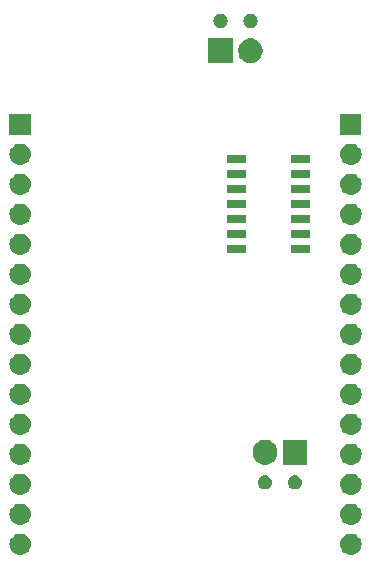
<source format=gbr>
G04 #@! TF.GenerationSoftware,KiCad,Pcbnew,(5.0.1)-3*
G04 #@! TF.CreationDate,2018-11-09T14:35:38+01:00*
G04 #@! TF.ProjectId,power_stalker_esp,706F7765725F7374616C6B65725F6573,rev?*
G04 #@! TF.SameCoordinates,Original*
G04 #@! TF.FileFunction,Soldermask,Bot*
G04 #@! TF.FilePolarity,Negative*
%FSLAX46Y46*%
G04 Gerber Fmt 4.6, Leading zero omitted, Abs format (unit mm)*
G04 Created by KiCad (PCBNEW (5.0.1)-3) date 09-Nov-18 14:35:38*
%MOMM*%
%LPD*%
G01*
G04 APERTURE LIST*
%ADD10C,0.100000*%
G04 APERTURE END LIST*
D10*
G36*
X106110442Y-114885518D02*
X106176627Y-114892037D01*
X106289853Y-114926384D01*
X106346467Y-114943557D01*
X106485087Y-115017652D01*
X106502991Y-115027222D01*
X106538729Y-115056552D01*
X106640186Y-115139814D01*
X106723448Y-115241271D01*
X106752778Y-115277009D01*
X106752779Y-115277011D01*
X106836443Y-115433533D01*
X106836443Y-115433534D01*
X106887963Y-115603373D01*
X106905359Y-115780000D01*
X106887963Y-115956627D01*
X106853616Y-116069853D01*
X106836443Y-116126467D01*
X106762348Y-116265087D01*
X106752778Y-116282991D01*
X106723448Y-116318729D01*
X106640186Y-116420186D01*
X106538729Y-116503448D01*
X106502991Y-116532778D01*
X106502989Y-116532779D01*
X106346467Y-116616443D01*
X106289853Y-116633616D01*
X106176627Y-116667963D01*
X106110443Y-116674481D01*
X106044260Y-116681000D01*
X105955740Y-116681000D01*
X105889557Y-116674481D01*
X105823373Y-116667963D01*
X105710147Y-116633616D01*
X105653533Y-116616443D01*
X105497011Y-116532779D01*
X105497009Y-116532778D01*
X105461271Y-116503448D01*
X105359814Y-116420186D01*
X105276552Y-116318729D01*
X105247222Y-116282991D01*
X105237652Y-116265087D01*
X105163557Y-116126467D01*
X105146384Y-116069853D01*
X105112037Y-115956627D01*
X105094641Y-115780000D01*
X105112037Y-115603373D01*
X105163557Y-115433534D01*
X105163557Y-115433533D01*
X105247221Y-115277011D01*
X105247222Y-115277009D01*
X105276552Y-115241271D01*
X105359814Y-115139814D01*
X105461271Y-115056552D01*
X105497009Y-115027222D01*
X105514913Y-115017652D01*
X105653533Y-114943557D01*
X105710147Y-114926384D01*
X105823373Y-114892037D01*
X105889558Y-114885518D01*
X105955740Y-114879000D01*
X106044260Y-114879000D01*
X106110442Y-114885518D01*
X106110442Y-114885518D01*
G37*
G36*
X78110442Y-114885518D02*
X78176627Y-114892037D01*
X78289853Y-114926384D01*
X78346467Y-114943557D01*
X78485087Y-115017652D01*
X78502991Y-115027222D01*
X78538729Y-115056552D01*
X78640186Y-115139814D01*
X78723448Y-115241271D01*
X78752778Y-115277009D01*
X78752779Y-115277011D01*
X78836443Y-115433533D01*
X78836443Y-115433534D01*
X78887963Y-115603373D01*
X78905359Y-115780000D01*
X78887963Y-115956627D01*
X78853616Y-116069853D01*
X78836443Y-116126467D01*
X78762348Y-116265087D01*
X78752778Y-116282991D01*
X78723448Y-116318729D01*
X78640186Y-116420186D01*
X78538729Y-116503448D01*
X78502991Y-116532778D01*
X78502989Y-116532779D01*
X78346467Y-116616443D01*
X78289853Y-116633616D01*
X78176627Y-116667963D01*
X78110443Y-116674481D01*
X78044260Y-116681000D01*
X77955740Y-116681000D01*
X77889557Y-116674481D01*
X77823373Y-116667963D01*
X77710147Y-116633616D01*
X77653533Y-116616443D01*
X77497011Y-116532779D01*
X77497009Y-116532778D01*
X77461271Y-116503448D01*
X77359814Y-116420186D01*
X77276552Y-116318729D01*
X77247222Y-116282991D01*
X77237652Y-116265087D01*
X77163557Y-116126467D01*
X77146384Y-116069853D01*
X77112037Y-115956627D01*
X77094641Y-115780000D01*
X77112037Y-115603373D01*
X77163557Y-115433534D01*
X77163557Y-115433533D01*
X77247221Y-115277011D01*
X77247222Y-115277009D01*
X77276552Y-115241271D01*
X77359814Y-115139814D01*
X77461271Y-115056552D01*
X77497009Y-115027222D01*
X77514913Y-115017652D01*
X77653533Y-114943557D01*
X77710147Y-114926384D01*
X77823373Y-114892037D01*
X77889558Y-114885518D01*
X77955740Y-114879000D01*
X78044260Y-114879000D01*
X78110442Y-114885518D01*
X78110442Y-114885518D01*
G37*
G36*
X78110442Y-112345518D02*
X78176627Y-112352037D01*
X78289853Y-112386384D01*
X78346467Y-112403557D01*
X78485087Y-112477652D01*
X78502991Y-112487222D01*
X78538729Y-112516552D01*
X78640186Y-112599814D01*
X78723448Y-112701271D01*
X78752778Y-112737009D01*
X78752779Y-112737011D01*
X78836443Y-112893533D01*
X78836443Y-112893534D01*
X78887963Y-113063373D01*
X78905359Y-113240000D01*
X78887963Y-113416627D01*
X78853616Y-113529853D01*
X78836443Y-113586467D01*
X78762348Y-113725087D01*
X78752778Y-113742991D01*
X78723448Y-113778729D01*
X78640186Y-113880186D01*
X78538729Y-113963448D01*
X78502991Y-113992778D01*
X78502989Y-113992779D01*
X78346467Y-114076443D01*
X78289853Y-114093616D01*
X78176627Y-114127963D01*
X78110443Y-114134481D01*
X78044260Y-114141000D01*
X77955740Y-114141000D01*
X77889557Y-114134481D01*
X77823373Y-114127963D01*
X77710147Y-114093616D01*
X77653533Y-114076443D01*
X77497011Y-113992779D01*
X77497009Y-113992778D01*
X77461271Y-113963448D01*
X77359814Y-113880186D01*
X77276552Y-113778729D01*
X77247222Y-113742991D01*
X77237652Y-113725087D01*
X77163557Y-113586467D01*
X77146384Y-113529853D01*
X77112037Y-113416627D01*
X77094641Y-113240000D01*
X77112037Y-113063373D01*
X77163557Y-112893534D01*
X77163557Y-112893533D01*
X77247221Y-112737011D01*
X77247222Y-112737009D01*
X77276552Y-112701271D01*
X77359814Y-112599814D01*
X77461271Y-112516552D01*
X77497009Y-112487222D01*
X77514913Y-112477652D01*
X77653533Y-112403557D01*
X77710147Y-112386384D01*
X77823373Y-112352037D01*
X77889558Y-112345518D01*
X77955740Y-112339000D01*
X78044260Y-112339000D01*
X78110442Y-112345518D01*
X78110442Y-112345518D01*
G37*
G36*
X106110442Y-112345518D02*
X106176627Y-112352037D01*
X106289853Y-112386384D01*
X106346467Y-112403557D01*
X106485087Y-112477652D01*
X106502991Y-112487222D01*
X106538729Y-112516552D01*
X106640186Y-112599814D01*
X106723448Y-112701271D01*
X106752778Y-112737009D01*
X106752779Y-112737011D01*
X106836443Y-112893533D01*
X106836443Y-112893534D01*
X106887963Y-113063373D01*
X106905359Y-113240000D01*
X106887963Y-113416627D01*
X106853616Y-113529853D01*
X106836443Y-113586467D01*
X106762348Y-113725087D01*
X106752778Y-113742991D01*
X106723448Y-113778729D01*
X106640186Y-113880186D01*
X106538729Y-113963448D01*
X106502991Y-113992778D01*
X106502989Y-113992779D01*
X106346467Y-114076443D01*
X106289853Y-114093616D01*
X106176627Y-114127963D01*
X106110443Y-114134481D01*
X106044260Y-114141000D01*
X105955740Y-114141000D01*
X105889557Y-114134481D01*
X105823373Y-114127963D01*
X105710147Y-114093616D01*
X105653533Y-114076443D01*
X105497011Y-113992779D01*
X105497009Y-113992778D01*
X105461271Y-113963448D01*
X105359814Y-113880186D01*
X105276552Y-113778729D01*
X105247222Y-113742991D01*
X105237652Y-113725087D01*
X105163557Y-113586467D01*
X105146384Y-113529853D01*
X105112037Y-113416627D01*
X105094641Y-113240000D01*
X105112037Y-113063373D01*
X105163557Y-112893534D01*
X105163557Y-112893533D01*
X105247221Y-112737011D01*
X105247222Y-112737009D01*
X105276552Y-112701271D01*
X105359814Y-112599814D01*
X105461271Y-112516552D01*
X105497009Y-112487222D01*
X105514913Y-112477652D01*
X105653533Y-112403557D01*
X105710147Y-112386384D01*
X105823373Y-112352037D01*
X105889558Y-112345518D01*
X105955740Y-112339000D01*
X106044260Y-112339000D01*
X106110442Y-112345518D01*
X106110442Y-112345518D01*
G37*
G36*
X78110442Y-109805518D02*
X78176627Y-109812037D01*
X78289853Y-109846384D01*
X78346467Y-109863557D01*
X78485087Y-109937652D01*
X78502991Y-109947222D01*
X78521115Y-109962096D01*
X78640186Y-110059814D01*
X78719846Y-110156882D01*
X78752778Y-110197009D01*
X78752779Y-110197011D01*
X78836443Y-110353533D01*
X78836443Y-110353534D01*
X78887963Y-110523373D01*
X78905359Y-110700000D01*
X78887963Y-110876627D01*
X78873861Y-110923115D01*
X78836443Y-111046467D01*
X78785913Y-111141000D01*
X78752778Y-111202991D01*
X78723448Y-111238729D01*
X78640186Y-111340186D01*
X78538729Y-111423448D01*
X78502991Y-111452778D01*
X78502989Y-111452779D01*
X78346467Y-111536443D01*
X78289853Y-111553616D01*
X78176627Y-111587963D01*
X78110442Y-111594482D01*
X78044260Y-111601000D01*
X77955740Y-111601000D01*
X77889558Y-111594482D01*
X77823373Y-111587963D01*
X77710147Y-111553616D01*
X77653533Y-111536443D01*
X77497011Y-111452779D01*
X77497009Y-111452778D01*
X77461271Y-111423448D01*
X77359814Y-111340186D01*
X77276552Y-111238729D01*
X77247222Y-111202991D01*
X77214087Y-111141000D01*
X77163557Y-111046467D01*
X77126139Y-110923115D01*
X77112037Y-110876627D01*
X77094641Y-110700000D01*
X77112037Y-110523373D01*
X77163557Y-110353534D01*
X77163557Y-110353533D01*
X77247221Y-110197011D01*
X77247222Y-110197009D01*
X77280154Y-110156882D01*
X77359814Y-110059814D01*
X77478885Y-109962096D01*
X77497009Y-109947222D01*
X77514913Y-109937652D01*
X77653533Y-109863557D01*
X77710147Y-109846384D01*
X77823373Y-109812037D01*
X77889558Y-109805518D01*
X77955740Y-109799000D01*
X78044260Y-109799000D01*
X78110442Y-109805518D01*
X78110442Y-109805518D01*
G37*
G36*
X106110442Y-109805518D02*
X106176627Y-109812037D01*
X106289853Y-109846384D01*
X106346467Y-109863557D01*
X106485087Y-109937652D01*
X106502991Y-109947222D01*
X106521115Y-109962096D01*
X106640186Y-110059814D01*
X106719846Y-110156882D01*
X106752778Y-110197009D01*
X106752779Y-110197011D01*
X106836443Y-110353533D01*
X106836443Y-110353534D01*
X106887963Y-110523373D01*
X106905359Y-110700000D01*
X106887963Y-110876627D01*
X106873861Y-110923115D01*
X106836443Y-111046467D01*
X106785913Y-111141000D01*
X106752778Y-111202991D01*
X106723448Y-111238729D01*
X106640186Y-111340186D01*
X106538729Y-111423448D01*
X106502991Y-111452778D01*
X106502989Y-111452779D01*
X106346467Y-111536443D01*
X106289853Y-111553616D01*
X106176627Y-111587963D01*
X106110442Y-111594482D01*
X106044260Y-111601000D01*
X105955740Y-111601000D01*
X105889558Y-111594482D01*
X105823373Y-111587963D01*
X105710147Y-111553616D01*
X105653533Y-111536443D01*
X105497011Y-111452779D01*
X105497009Y-111452778D01*
X105461271Y-111423448D01*
X105359814Y-111340186D01*
X105276552Y-111238729D01*
X105247222Y-111202991D01*
X105214087Y-111141000D01*
X105163557Y-111046467D01*
X105126139Y-110923115D01*
X105112037Y-110876627D01*
X105094641Y-110700000D01*
X105112037Y-110523373D01*
X105163557Y-110353534D01*
X105163557Y-110353533D01*
X105247221Y-110197011D01*
X105247222Y-110197009D01*
X105280154Y-110156882D01*
X105359814Y-110059814D01*
X105478885Y-109962096D01*
X105497009Y-109947222D01*
X105514913Y-109937652D01*
X105653533Y-109863557D01*
X105710147Y-109846384D01*
X105823373Y-109812037D01*
X105889558Y-109805518D01*
X105955740Y-109799000D01*
X106044260Y-109799000D01*
X106110442Y-109805518D01*
X106110442Y-109805518D01*
G37*
G36*
X98905305Y-109962096D02*
X99014680Y-110007400D01*
X99113118Y-110073175D01*
X99196825Y-110156882D01*
X99262600Y-110255320D01*
X99307904Y-110364695D01*
X99331000Y-110480806D01*
X99331000Y-110599194D01*
X99307904Y-110715305D01*
X99262600Y-110824680D01*
X99196825Y-110923118D01*
X99113118Y-111006825D01*
X99014680Y-111072600D01*
X98905305Y-111117904D01*
X98789194Y-111141000D01*
X98670806Y-111141000D01*
X98554695Y-111117904D01*
X98445320Y-111072600D01*
X98346882Y-111006825D01*
X98263175Y-110923118D01*
X98197400Y-110824680D01*
X98152096Y-110715305D01*
X98129000Y-110599194D01*
X98129000Y-110480806D01*
X98152096Y-110364695D01*
X98197400Y-110255320D01*
X98263175Y-110156882D01*
X98346882Y-110073175D01*
X98445320Y-110007400D01*
X98554695Y-109962096D01*
X98670806Y-109939000D01*
X98789194Y-109939000D01*
X98905305Y-109962096D01*
X98905305Y-109962096D01*
G37*
G36*
X101445305Y-109962096D02*
X101554680Y-110007400D01*
X101653118Y-110073175D01*
X101736825Y-110156882D01*
X101802600Y-110255320D01*
X101847904Y-110364695D01*
X101871000Y-110480806D01*
X101871000Y-110599194D01*
X101847904Y-110715305D01*
X101802600Y-110824680D01*
X101736825Y-110923118D01*
X101653118Y-111006825D01*
X101554680Y-111072600D01*
X101445305Y-111117904D01*
X101329194Y-111141000D01*
X101210806Y-111141000D01*
X101094695Y-111117904D01*
X100985320Y-111072600D01*
X100886882Y-111006825D01*
X100803175Y-110923118D01*
X100737400Y-110824680D01*
X100692096Y-110715305D01*
X100669000Y-110599194D01*
X100669000Y-110480806D01*
X100692096Y-110364695D01*
X100737400Y-110255320D01*
X100803175Y-110156882D01*
X100886882Y-110073175D01*
X100985320Y-110007400D01*
X101094695Y-109962096D01*
X101210806Y-109939000D01*
X101329194Y-109939000D01*
X101445305Y-109962096D01*
X101445305Y-109962096D01*
G37*
G36*
X106110443Y-107265519D02*
X106176627Y-107272037D01*
X106289853Y-107306384D01*
X106346467Y-107323557D01*
X106485087Y-107397652D01*
X106502991Y-107407222D01*
X106538729Y-107436552D01*
X106640186Y-107519814D01*
X106723448Y-107621271D01*
X106752778Y-107657009D01*
X106752779Y-107657011D01*
X106836443Y-107813533D01*
X106836443Y-107813534D01*
X106887963Y-107983373D01*
X106905359Y-108160000D01*
X106887963Y-108336627D01*
X106853616Y-108449853D01*
X106836443Y-108506467D01*
X106762348Y-108645087D01*
X106752778Y-108662991D01*
X106723448Y-108698729D01*
X106640186Y-108800186D01*
X106538729Y-108883448D01*
X106502991Y-108912778D01*
X106502989Y-108912779D01*
X106346467Y-108996443D01*
X106299764Y-109010610D01*
X106176627Y-109047963D01*
X106110442Y-109054482D01*
X106044260Y-109061000D01*
X105955740Y-109061000D01*
X105889558Y-109054482D01*
X105823373Y-109047963D01*
X105700236Y-109010610D01*
X105653533Y-108996443D01*
X105497011Y-108912779D01*
X105497009Y-108912778D01*
X105461271Y-108883448D01*
X105359814Y-108800186D01*
X105276552Y-108698729D01*
X105247222Y-108662991D01*
X105237652Y-108645087D01*
X105163557Y-108506467D01*
X105146384Y-108449853D01*
X105112037Y-108336627D01*
X105094641Y-108160000D01*
X105112037Y-107983373D01*
X105163557Y-107813534D01*
X105163557Y-107813533D01*
X105247221Y-107657011D01*
X105247222Y-107657009D01*
X105276552Y-107621271D01*
X105359814Y-107519814D01*
X105461271Y-107436552D01*
X105497009Y-107407222D01*
X105514913Y-107397652D01*
X105653533Y-107323557D01*
X105710147Y-107306384D01*
X105823373Y-107272037D01*
X105889557Y-107265519D01*
X105955740Y-107259000D01*
X106044260Y-107259000D01*
X106110443Y-107265519D01*
X106110443Y-107265519D01*
G37*
G36*
X78110443Y-107265519D02*
X78176627Y-107272037D01*
X78289853Y-107306384D01*
X78346467Y-107323557D01*
X78485087Y-107397652D01*
X78502991Y-107407222D01*
X78538729Y-107436552D01*
X78640186Y-107519814D01*
X78723448Y-107621271D01*
X78752778Y-107657009D01*
X78752779Y-107657011D01*
X78836443Y-107813533D01*
X78836443Y-107813534D01*
X78887963Y-107983373D01*
X78905359Y-108160000D01*
X78887963Y-108336627D01*
X78853616Y-108449853D01*
X78836443Y-108506467D01*
X78762348Y-108645087D01*
X78752778Y-108662991D01*
X78723448Y-108698729D01*
X78640186Y-108800186D01*
X78538729Y-108883448D01*
X78502991Y-108912778D01*
X78502989Y-108912779D01*
X78346467Y-108996443D01*
X78299764Y-109010610D01*
X78176627Y-109047963D01*
X78110442Y-109054482D01*
X78044260Y-109061000D01*
X77955740Y-109061000D01*
X77889558Y-109054482D01*
X77823373Y-109047963D01*
X77700236Y-109010610D01*
X77653533Y-108996443D01*
X77497011Y-108912779D01*
X77497009Y-108912778D01*
X77461271Y-108883448D01*
X77359814Y-108800186D01*
X77276552Y-108698729D01*
X77247222Y-108662991D01*
X77237652Y-108645087D01*
X77163557Y-108506467D01*
X77146384Y-108449853D01*
X77112037Y-108336627D01*
X77094641Y-108160000D01*
X77112037Y-107983373D01*
X77163557Y-107813534D01*
X77163557Y-107813533D01*
X77247221Y-107657011D01*
X77247222Y-107657009D01*
X77276552Y-107621271D01*
X77359814Y-107519814D01*
X77461271Y-107436552D01*
X77497009Y-107407222D01*
X77514913Y-107397652D01*
X77653533Y-107323557D01*
X77710147Y-107306384D01*
X77823373Y-107272037D01*
X77889557Y-107265519D01*
X77955740Y-107259000D01*
X78044260Y-107259000D01*
X78110443Y-107265519D01*
X78110443Y-107265519D01*
G37*
G36*
X102321000Y-109051000D02*
X100219000Y-109051000D01*
X100219000Y-106949000D01*
X102321000Y-106949000D01*
X102321000Y-109051000D01*
X102321000Y-109051000D01*
G37*
G36*
X99036565Y-106989389D02*
X99227834Y-107068615D01*
X99399976Y-107183637D01*
X99546363Y-107330024D01*
X99661385Y-107502166D01*
X99740611Y-107693435D01*
X99781000Y-107896484D01*
X99781000Y-108103516D01*
X99740611Y-108306565D01*
X99661385Y-108497834D01*
X99546363Y-108669976D01*
X99399976Y-108816363D01*
X99227834Y-108931385D01*
X99036565Y-109010611D01*
X98833516Y-109051000D01*
X98626484Y-109051000D01*
X98423435Y-109010611D01*
X98232166Y-108931385D01*
X98060024Y-108816363D01*
X97913637Y-108669976D01*
X97798615Y-108497834D01*
X97719389Y-108306565D01*
X97679000Y-108103516D01*
X97679000Y-107896484D01*
X97719389Y-107693435D01*
X97798615Y-107502166D01*
X97913637Y-107330024D01*
X98060024Y-107183637D01*
X98232166Y-107068615D01*
X98423435Y-106989389D01*
X98626484Y-106949000D01*
X98833516Y-106949000D01*
X99036565Y-106989389D01*
X99036565Y-106989389D01*
G37*
G36*
X78110443Y-104725519D02*
X78176627Y-104732037D01*
X78289853Y-104766384D01*
X78346467Y-104783557D01*
X78485087Y-104857652D01*
X78502991Y-104867222D01*
X78538729Y-104896552D01*
X78640186Y-104979814D01*
X78723448Y-105081271D01*
X78752778Y-105117009D01*
X78752779Y-105117011D01*
X78836443Y-105273533D01*
X78836443Y-105273534D01*
X78887963Y-105443373D01*
X78905359Y-105620000D01*
X78887963Y-105796627D01*
X78853616Y-105909853D01*
X78836443Y-105966467D01*
X78762348Y-106105087D01*
X78752778Y-106122991D01*
X78723448Y-106158729D01*
X78640186Y-106260186D01*
X78538729Y-106343448D01*
X78502991Y-106372778D01*
X78502989Y-106372779D01*
X78346467Y-106456443D01*
X78289853Y-106473616D01*
X78176627Y-106507963D01*
X78110442Y-106514482D01*
X78044260Y-106521000D01*
X77955740Y-106521000D01*
X77889558Y-106514482D01*
X77823373Y-106507963D01*
X77710147Y-106473616D01*
X77653533Y-106456443D01*
X77497011Y-106372779D01*
X77497009Y-106372778D01*
X77461271Y-106343448D01*
X77359814Y-106260186D01*
X77276552Y-106158729D01*
X77247222Y-106122991D01*
X77237652Y-106105087D01*
X77163557Y-105966467D01*
X77146384Y-105909853D01*
X77112037Y-105796627D01*
X77094641Y-105620000D01*
X77112037Y-105443373D01*
X77163557Y-105273534D01*
X77163557Y-105273533D01*
X77247221Y-105117011D01*
X77247222Y-105117009D01*
X77276552Y-105081271D01*
X77359814Y-104979814D01*
X77461271Y-104896552D01*
X77497009Y-104867222D01*
X77514913Y-104857652D01*
X77653533Y-104783557D01*
X77710147Y-104766384D01*
X77823373Y-104732037D01*
X77889558Y-104725518D01*
X77955740Y-104719000D01*
X78044260Y-104719000D01*
X78110443Y-104725519D01*
X78110443Y-104725519D01*
G37*
G36*
X106110443Y-104725519D02*
X106176627Y-104732037D01*
X106289853Y-104766384D01*
X106346467Y-104783557D01*
X106485087Y-104857652D01*
X106502991Y-104867222D01*
X106538729Y-104896552D01*
X106640186Y-104979814D01*
X106723448Y-105081271D01*
X106752778Y-105117009D01*
X106752779Y-105117011D01*
X106836443Y-105273533D01*
X106836443Y-105273534D01*
X106887963Y-105443373D01*
X106905359Y-105620000D01*
X106887963Y-105796627D01*
X106853616Y-105909853D01*
X106836443Y-105966467D01*
X106762348Y-106105087D01*
X106752778Y-106122991D01*
X106723448Y-106158729D01*
X106640186Y-106260186D01*
X106538729Y-106343448D01*
X106502991Y-106372778D01*
X106502989Y-106372779D01*
X106346467Y-106456443D01*
X106289853Y-106473616D01*
X106176627Y-106507963D01*
X106110442Y-106514482D01*
X106044260Y-106521000D01*
X105955740Y-106521000D01*
X105889558Y-106514482D01*
X105823373Y-106507963D01*
X105710147Y-106473616D01*
X105653533Y-106456443D01*
X105497011Y-106372779D01*
X105497009Y-106372778D01*
X105461271Y-106343448D01*
X105359814Y-106260186D01*
X105276552Y-106158729D01*
X105247222Y-106122991D01*
X105237652Y-106105087D01*
X105163557Y-105966467D01*
X105146384Y-105909853D01*
X105112037Y-105796627D01*
X105094641Y-105620000D01*
X105112037Y-105443373D01*
X105163557Y-105273534D01*
X105163557Y-105273533D01*
X105247221Y-105117011D01*
X105247222Y-105117009D01*
X105276552Y-105081271D01*
X105359814Y-104979814D01*
X105461271Y-104896552D01*
X105497009Y-104867222D01*
X105514913Y-104857652D01*
X105653533Y-104783557D01*
X105710147Y-104766384D01*
X105823373Y-104732037D01*
X105889558Y-104725518D01*
X105955740Y-104719000D01*
X106044260Y-104719000D01*
X106110443Y-104725519D01*
X106110443Y-104725519D01*
G37*
G36*
X78110442Y-102185518D02*
X78176627Y-102192037D01*
X78289853Y-102226384D01*
X78346467Y-102243557D01*
X78485087Y-102317652D01*
X78502991Y-102327222D01*
X78538729Y-102356552D01*
X78640186Y-102439814D01*
X78723448Y-102541271D01*
X78752778Y-102577009D01*
X78752779Y-102577011D01*
X78836443Y-102733533D01*
X78836443Y-102733534D01*
X78887963Y-102903373D01*
X78905359Y-103080000D01*
X78887963Y-103256627D01*
X78853616Y-103369853D01*
X78836443Y-103426467D01*
X78762348Y-103565087D01*
X78752778Y-103582991D01*
X78723448Y-103618729D01*
X78640186Y-103720186D01*
X78538729Y-103803448D01*
X78502991Y-103832778D01*
X78502989Y-103832779D01*
X78346467Y-103916443D01*
X78289853Y-103933616D01*
X78176627Y-103967963D01*
X78110443Y-103974481D01*
X78044260Y-103981000D01*
X77955740Y-103981000D01*
X77889557Y-103974481D01*
X77823373Y-103967963D01*
X77710147Y-103933616D01*
X77653533Y-103916443D01*
X77497011Y-103832779D01*
X77497009Y-103832778D01*
X77461271Y-103803448D01*
X77359814Y-103720186D01*
X77276552Y-103618729D01*
X77247222Y-103582991D01*
X77237652Y-103565087D01*
X77163557Y-103426467D01*
X77146384Y-103369853D01*
X77112037Y-103256627D01*
X77094641Y-103080000D01*
X77112037Y-102903373D01*
X77163557Y-102733534D01*
X77163557Y-102733533D01*
X77247221Y-102577011D01*
X77247222Y-102577009D01*
X77276552Y-102541271D01*
X77359814Y-102439814D01*
X77461271Y-102356552D01*
X77497009Y-102327222D01*
X77514913Y-102317652D01*
X77653533Y-102243557D01*
X77710147Y-102226384D01*
X77823373Y-102192037D01*
X77889558Y-102185518D01*
X77955740Y-102179000D01*
X78044260Y-102179000D01*
X78110442Y-102185518D01*
X78110442Y-102185518D01*
G37*
G36*
X106110442Y-102185518D02*
X106176627Y-102192037D01*
X106289853Y-102226384D01*
X106346467Y-102243557D01*
X106485087Y-102317652D01*
X106502991Y-102327222D01*
X106538729Y-102356552D01*
X106640186Y-102439814D01*
X106723448Y-102541271D01*
X106752778Y-102577009D01*
X106752779Y-102577011D01*
X106836443Y-102733533D01*
X106836443Y-102733534D01*
X106887963Y-102903373D01*
X106905359Y-103080000D01*
X106887963Y-103256627D01*
X106853616Y-103369853D01*
X106836443Y-103426467D01*
X106762348Y-103565087D01*
X106752778Y-103582991D01*
X106723448Y-103618729D01*
X106640186Y-103720186D01*
X106538729Y-103803448D01*
X106502991Y-103832778D01*
X106502989Y-103832779D01*
X106346467Y-103916443D01*
X106289853Y-103933616D01*
X106176627Y-103967963D01*
X106110443Y-103974481D01*
X106044260Y-103981000D01*
X105955740Y-103981000D01*
X105889557Y-103974481D01*
X105823373Y-103967963D01*
X105710147Y-103933616D01*
X105653533Y-103916443D01*
X105497011Y-103832779D01*
X105497009Y-103832778D01*
X105461271Y-103803448D01*
X105359814Y-103720186D01*
X105276552Y-103618729D01*
X105247222Y-103582991D01*
X105237652Y-103565087D01*
X105163557Y-103426467D01*
X105146384Y-103369853D01*
X105112037Y-103256627D01*
X105094641Y-103080000D01*
X105112037Y-102903373D01*
X105163557Y-102733534D01*
X105163557Y-102733533D01*
X105247221Y-102577011D01*
X105247222Y-102577009D01*
X105276552Y-102541271D01*
X105359814Y-102439814D01*
X105461271Y-102356552D01*
X105497009Y-102327222D01*
X105514913Y-102317652D01*
X105653533Y-102243557D01*
X105710147Y-102226384D01*
X105823373Y-102192037D01*
X105889558Y-102185518D01*
X105955740Y-102179000D01*
X106044260Y-102179000D01*
X106110442Y-102185518D01*
X106110442Y-102185518D01*
G37*
G36*
X78110442Y-99645518D02*
X78176627Y-99652037D01*
X78289853Y-99686384D01*
X78346467Y-99703557D01*
X78485087Y-99777652D01*
X78502991Y-99787222D01*
X78538729Y-99816552D01*
X78640186Y-99899814D01*
X78723448Y-100001271D01*
X78752778Y-100037009D01*
X78752779Y-100037011D01*
X78836443Y-100193533D01*
X78836443Y-100193534D01*
X78887963Y-100363373D01*
X78905359Y-100540000D01*
X78887963Y-100716627D01*
X78853616Y-100829853D01*
X78836443Y-100886467D01*
X78762348Y-101025087D01*
X78752778Y-101042991D01*
X78723448Y-101078729D01*
X78640186Y-101180186D01*
X78538729Y-101263448D01*
X78502991Y-101292778D01*
X78502989Y-101292779D01*
X78346467Y-101376443D01*
X78289853Y-101393616D01*
X78176627Y-101427963D01*
X78110442Y-101434482D01*
X78044260Y-101441000D01*
X77955740Y-101441000D01*
X77889558Y-101434482D01*
X77823373Y-101427963D01*
X77710147Y-101393616D01*
X77653533Y-101376443D01*
X77497011Y-101292779D01*
X77497009Y-101292778D01*
X77461271Y-101263448D01*
X77359814Y-101180186D01*
X77276552Y-101078729D01*
X77247222Y-101042991D01*
X77237652Y-101025087D01*
X77163557Y-100886467D01*
X77146384Y-100829853D01*
X77112037Y-100716627D01*
X77094641Y-100540000D01*
X77112037Y-100363373D01*
X77163557Y-100193534D01*
X77163557Y-100193533D01*
X77247221Y-100037011D01*
X77247222Y-100037009D01*
X77276552Y-100001271D01*
X77359814Y-99899814D01*
X77461271Y-99816552D01*
X77497009Y-99787222D01*
X77514913Y-99777652D01*
X77653533Y-99703557D01*
X77710147Y-99686384D01*
X77823373Y-99652037D01*
X77889558Y-99645518D01*
X77955740Y-99639000D01*
X78044260Y-99639000D01*
X78110442Y-99645518D01*
X78110442Y-99645518D01*
G37*
G36*
X106110442Y-99645518D02*
X106176627Y-99652037D01*
X106289853Y-99686384D01*
X106346467Y-99703557D01*
X106485087Y-99777652D01*
X106502991Y-99787222D01*
X106538729Y-99816552D01*
X106640186Y-99899814D01*
X106723448Y-100001271D01*
X106752778Y-100037009D01*
X106752779Y-100037011D01*
X106836443Y-100193533D01*
X106836443Y-100193534D01*
X106887963Y-100363373D01*
X106905359Y-100540000D01*
X106887963Y-100716627D01*
X106853616Y-100829853D01*
X106836443Y-100886467D01*
X106762348Y-101025087D01*
X106752778Y-101042991D01*
X106723448Y-101078729D01*
X106640186Y-101180186D01*
X106538729Y-101263448D01*
X106502991Y-101292778D01*
X106502989Y-101292779D01*
X106346467Y-101376443D01*
X106289853Y-101393616D01*
X106176627Y-101427963D01*
X106110442Y-101434482D01*
X106044260Y-101441000D01*
X105955740Y-101441000D01*
X105889558Y-101434482D01*
X105823373Y-101427963D01*
X105710147Y-101393616D01*
X105653533Y-101376443D01*
X105497011Y-101292779D01*
X105497009Y-101292778D01*
X105461271Y-101263448D01*
X105359814Y-101180186D01*
X105276552Y-101078729D01*
X105247222Y-101042991D01*
X105237652Y-101025087D01*
X105163557Y-100886467D01*
X105146384Y-100829853D01*
X105112037Y-100716627D01*
X105094641Y-100540000D01*
X105112037Y-100363373D01*
X105163557Y-100193534D01*
X105163557Y-100193533D01*
X105247221Y-100037011D01*
X105247222Y-100037009D01*
X105276552Y-100001271D01*
X105359814Y-99899814D01*
X105461271Y-99816552D01*
X105497009Y-99787222D01*
X105514913Y-99777652D01*
X105653533Y-99703557D01*
X105710147Y-99686384D01*
X105823373Y-99652037D01*
X105889558Y-99645518D01*
X105955740Y-99639000D01*
X106044260Y-99639000D01*
X106110442Y-99645518D01*
X106110442Y-99645518D01*
G37*
G36*
X78110443Y-97105519D02*
X78176627Y-97112037D01*
X78289853Y-97146384D01*
X78346467Y-97163557D01*
X78485087Y-97237652D01*
X78502991Y-97247222D01*
X78538729Y-97276552D01*
X78640186Y-97359814D01*
X78723448Y-97461271D01*
X78752778Y-97497009D01*
X78752779Y-97497011D01*
X78836443Y-97653533D01*
X78836443Y-97653534D01*
X78887963Y-97823373D01*
X78905359Y-98000000D01*
X78887963Y-98176627D01*
X78853616Y-98289853D01*
X78836443Y-98346467D01*
X78762348Y-98485087D01*
X78752778Y-98502991D01*
X78723448Y-98538729D01*
X78640186Y-98640186D01*
X78538729Y-98723448D01*
X78502991Y-98752778D01*
X78502989Y-98752779D01*
X78346467Y-98836443D01*
X78289853Y-98853616D01*
X78176627Y-98887963D01*
X78110442Y-98894482D01*
X78044260Y-98901000D01*
X77955740Y-98901000D01*
X77889557Y-98894481D01*
X77823373Y-98887963D01*
X77710147Y-98853616D01*
X77653533Y-98836443D01*
X77497011Y-98752779D01*
X77497009Y-98752778D01*
X77461271Y-98723448D01*
X77359814Y-98640186D01*
X77276552Y-98538729D01*
X77247222Y-98502991D01*
X77237652Y-98485087D01*
X77163557Y-98346467D01*
X77146384Y-98289853D01*
X77112037Y-98176627D01*
X77094641Y-98000000D01*
X77112037Y-97823373D01*
X77163557Y-97653534D01*
X77163557Y-97653533D01*
X77247221Y-97497011D01*
X77247222Y-97497009D01*
X77276552Y-97461271D01*
X77359814Y-97359814D01*
X77461271Y-97276552D01*
X77497009Y-97247222D01*
X77514913Y-97237652D01*
X77653533Y-97163557D01*
X77710147Y-97146384D01*
X77823373Y-97112037D01*
X77889557Y-97105519D01*
X77955740Y-97099000D01*
X78044260Y-97099000D01*
X78110443Y-97105519D01*
X78110443Y-97105519D01*
G37*
G36*
X106110443Y-97105519D02*
X106176627Y-97112037D01*
X106289853Y-97146384D01*
X106346467Y-97163557D01*
X106485087Y-97237652D01*
X106502991Y-97247222D01*
X106538729Y-97276552D01*
X106640186Y-97359814D01*
X106723448Y-97461271D01*
X106752778Y-97497009D01*
X106752779Y-97497011D01*
X106836443Y-97653533D01*
X106836443Y-97653534D01*
X106887963Y-97823373D01*
X106905359Y-98000000D01*
X106887963Y-98176627D01*
X106853616Y-98289853D01*
X106836443Y-98346467D01*
X106762348Y-98485087D01*
X106752778Y-98502991D01*
X106723448Y-98538729D01*
X106640186Y-98640186D01*
X106538729Y-98723448D01*
X106502991Y-98752778D01*
X106502989Y-98752779D01*
X106346467Y-98836443D01*
X106289853Y-98853616D01*
X106176627Y-98887963D01*
X106110442Y-98894482D01*
X106044260Y-98901000D01*
X105955740Y-98901000D01*
X105889557Y-98894481D01*
X105823373Y-98887963D01*
X105710147Y-98853616D01*
X105653533Y-98836443D01*
X105497011Y-98752779D01*
X105497009Y-98752778D01*
X105461271Y-98723448D01*
X105359814Y-98640186D01*
X105276552Y-98538729D01*
X105247222Y-98502991D01*
X105237652Y-98485087D01*
X105163557Y-98346467D01*
X105146384Y-98289853D01*
X105112037Y-98176627D01*
X105094641Y-98000000D01*
X105112037Y-97823373D01*
X105163557Y-97653534D01*
X105163557Y-97653533D01*
X105247221Y-97497011D01*
X105247222Y-97497009D01*
X105276552Y-97461271D01*
X105359814Y-97359814D01*
X105461271Y-97276552D01*
X105497009Y-97247222D01*
X105514913Y-97237652D01*
X105653533Y-97163557D01*
X105710147Y-97146384D01*
X105823373Y-97112037D01*
X105889557Y-97105519D01*
X105955740Y-97099000D01*
X106044260Y-97099000D01*
X106110443Y-97105519D01*
X106110443Y-97105519D01*
G37*
G36*
X106110443Y-94565519D02*
X106176627Y-94572037D01*
X106289853Y-94606384D01*
X106346467Y-94623557D01*
X106485087Y-94697652D01*
X106502991Y-94707222D01*
X106538729Y-94736552D01*
X106640186Y-94819814D01*
X106723448Y-94921271D01*
X106752778Y-94957009D01*
X106752779Y-94957011D01*
X106836443Y-95113533D01*
X106836443Y-95113534D01*
X106887963Y-95283373D01*
X106905359Y-95460000D01*
X106887963Y-95636627D01*
X106853616Y-95749853D01*
X106836443Y-95806467D01*
X106762348Y-95945087D01*
X106752778Y-95962991D01*
X106723448Y-95998729D01*
X106640186Y-96100186D01*
X106538729Y-96183448D01*
X106502991Y-96212778D01*
X106502989Y-96212779D01*
X106346467Y-96296443D01*
X106289853Y-96313616D01*
X106176627Y-96347963D01*
X106110442Y-96354482D01*
X106044260Y-96361000D01*
X105955740Y-96361000D01*
X105889557Y-96354481D01*
X105823373Y-96347963D01*
X105710147Y-96313616D01*
X105653533Y-96296443D01*
X105497011Y-96212779D01*
X105497009Y-96212778D01*
X105461271Y-96183448D01*
X105359814Y-96100186D01*
X105276552Y-95998729D01*
X105247222Y-95962991D01*
X105237652Y-95945087D01*
X105163557Y-95806467D01*
X105146384Y-95749853D01*
X105112037Y-95636627D01*
X105094641Y-95460000D01*
X105112037Y-95283373D01*
X105163557Y-95113534D01*
X105163557Y-95113533D01*
X105247221Y-94957011D01*
X105247222Y-94957009D01*
X105276552Y-94921271D01*
X105359814Y-94819814D01*
X105461271Y-94736552D01*
X105497009Y-94707222D01*
X105514913Y-94697652D01*
X105653533Y-94623557D01*
X105710147Y-94606384D01*
X105823373Y-94572037D01*
X105889557Y-94565519D01*
X105955740Y-94559000D01*
X106044260Y-94559000D01*
X106110443Y-94565519D01*
X106110443Y-94565519D01*
G37*
G36*
X78110443Y-94565519D02*
X78176627Y-94572037D01*
X78289853Y-94606384D01*
X78346467Y-94623557D01*
X78485087Y-94697652D01*
X78502991Y-94707222D01*
X78538729Y-94736552D01*
X78640186Y-94819814D01*
X78723448Y-94921271D01*
X78752778Y-94957009D01*
X78752779Y-94957011D01*
X78836443Y-95113533D01*
X78836443Y-95113534D01*
X78887963Y-95283373D01*
X78905359Y-95460000D01*
X78887963Y-95636627D01*
X78853616Y-95749853D01*
X78836443Y-95806467D01*
X78762348Y-95945087D01*
X78752778Y-95962991D01*
X78723448Y-95998729D01*
X78640186Y-96100186D01*
X78538729Y-96183448D01*
X78502991Y-96212778D01*
X78502989Y-96212779D01*
X78346467Y-96296443D01*
X78289853Y-96313616D01*
X78176627Y-96347963D01*
X78110443Y-96354481D01*
X78044260Y-96361000D01*
X77955740Y-96361000D01*
X77889557Y-96354481D01*
X77823373Y-96347963D01*
X77710147Y-96313616D01*
X77653533Y-96296443D01*
X77497011Y-96212779D01*
X77497009Y-96212778D01*
X77461271Y-96183448D01*
X77359814Y-96100186D01*
X77276552Y-95998729D01*
X77247222Y-95962991D01*
X77237652Y-95945087D01*
X77163557Y-95806467D01*
X77146384Y-95749853D01*
X77112037Y-95636627D01*
X77094641Y-95460000D01*
X77112037Y-95283373D01*
X77163557Y-95113534D01*
X77163557Y-95113533D01*
X77247221Y-94957011D01*
X77247222Y-94957009D01*
X77276552Y-94921271D01*
X77359814Y-94819814D01*
X77461271Y-94736552D01*
X77497009Y-94707222D01*
X77514913Y-94697652D01*
X77653533Y-94623557D01*
X77710147Y-94606384D01*
X77823373Y-94572037D01*
X77889557Y-94565519D01*
X77955740Y-94559000D01*
X78044260Y-94559000D01*
X78110443Y-94565519D01*
X78110443Y-94565519D01*
G37*
G36*
X78110443Y-92025519D02*
X78176627Y-92032037D01*
X78289853Y-92066384D01*
X78346467Y-92083557D01*
X78485087Y-92157652D01*
X78502991Y-92167222D01*
X78538729Y-92196552D01*
X78640186Y-92279814D01*
X78723448Y-92381271D01*
X78752778Y-92417009D01*
X78752779Y-92417011D01*
X78836443Y-92573533D01*
X78836443Y-92573534D01*
X78887963Y-92743373D01*
X78905359Y-92920000D01*
X78887963Y-93096627D01*
X78853616Y-93209853D01*
X78836443Y-93266467D01*
X78762348Y-93405087D01*
X78752778Y-93422991D01*
X78723448Y-93458729D01*
X78640186Y-93560186D01*
X78538729Y-93643448D01*
X78502991Y-93672778D01*
X78502989Y-93672779D01*
X78346467Y-93756443D01*
X78289853Y-93773616D01*
X78176627Y-93807963D01*
X78110443Y-93814481D01*
X78044260Y-93821000D01*
X77955740Y-93821000D01*
X77889557Y-93814481D01*
X77823373Y-93807963D01*
X77710147Y-93773616D01*
X77653533Y-93756443D01*
X77497011Y-93672779D01*
X77497009Y-93672778D01*
X77461271Y-93643448D01*
X77359814Y-93560186D01*
X77276552Y-93458729D01*
X77247222Y-93422991D01*
X77237652Y-93405087D01*
X77163557Y-93266467D01*
X77146384Y-93209853D01*
X77112037Y-93096627D01*
X77094641Y-92920000D01*
X77112037Y-92743373D01*
X77163557Y-92573534D01*
X77163557Y-92573533D01*
X77247221Y-92417011D01*
X77247222Y-92417009D01*
X77276552Y-92381271D01*
X77359814Y-92279814D01*
X77461271Y-92196552D01*
X77497009Y-92167222D01*
X77514913Y-92157652D01*
X77653533Y-92083557D01*
X77710147Y-92066384D01*
X77823373Y-92032037D01*
X77889557Y-92025519D01*
X77955740Y-92019000D01*
X78044260Y-92019000D01*
X78110443Y-92025519D01*
X78110443Y-92025519D01*
G37*
G36*
X106110443Y-92025519D02*
X106176627Y-92032037D01*
X106289853Y-92066384D01*
X106346467Y-92083557D01*
X106485087Y-92157652D01*
X106502991Y-92167222D01*
X106538729Y-92196552D01*
X106640186Y-92279814D01*
X106723448Y-92381271D01*
X106752778Y-92417009D01*
X106752779Y-92417011D01*
X106836443Y-92573533D01*
X106836443Y-92573534D01*
X106887963Y-92743373D01*
X106905359Y-92920000D01*
X106887963Y-93096627D01*
X106853616Y-93209853D01*
X106836443Y-93266467D01*
X106762348Y-93405087D01*
X106752778Y-93422991D01*
X106723448Y-93458729D01*
X106640186Y-93560186D01*
X106538729Y-93643448D01*
X106502991Y-93672778D01*
X106502989Y-93672779D01*
X106346467Y-93756443D01*
X106289853Y-93773616D01*
X106176627Y-93807963D01*
X106110443Y-93814481D01*
X106044260Y-93821000D01*
X105955740Y-93821000D01*
X105889557Y-93814481D01*
X105823373Y-93807963D01*
X105710147Y-93773616D01*
X105653533Y-93756443D01*
X105497011Y-93672779D01*
X105497009Y-93672778D01*
X105461271Y-93643448D01*
X105359814Y-93560186D01*
X105276552Y-93458729D01*
X105247222Y-93422991D01*
X105237652Y-93405087D01*
X105163557Y-93266467D01*
X105146384Y-93209853D01*
X105112037Y-93096627D01*
X105094641Y-92920000D01*
X105112037Y-92743373D01*
X105163557Y-92573534D01*
X105163557Y-92573533D01*
X105247221Y-92417011D01*
X105247222Y-92417009D01*
X105276552Y-92381271D01*
X105359814Y-92279814D01*
X105461271Y-92196552D01*
X105497009Y-92167222D01*
X105514913Y-92157652D01*
X105653533Y-92083557D01*
X105710147Y-92066384D01*
X105823373Y-92032037D01*
X105889557Y-92025519D01*
X105955740Y-92019000D01*
X106044260Y-92019000D01*
X106110443Y-92025519D01*
X106110443Y-92025519D01*
G37*
G36*
X106110442Y-89485518D02*
X106176627Y-89492037D01*
X106289853Y-89526384D01*
X106346467Y-89543557D01*
X106485087Y-89617652D01*
X106502991Y-89627222D01*
X106538729Y-89656552D01*
X106640186Y-89739814D01*
X106723448Y-89841271D01*
X106752778Y-89877009D01*
X106752779Y-89877011D01*
X106836443Y-90033533D01*
X106836443Y-90033534D01*
X106887963Y-90203373D01*
X106905359Y-90380000D01*
X106887963Y-90556627D01*
X106853616Y-90669853D01*
X106836443Y-90726467D01*
X106762348Y-90865087D01*
X106752778Y-90882991D01*
X106723448Y-90918729D01*
X106640186Y-91020186D01*
X106538729Y-91103448D01*
X106502991Y-91132778D01*
X106502989Y-91132779D01*
X106346467Y-91216443D01*
X106289853Y-91233616D01*
X106176627Y-91267963D01*
X106110442Y-91274482D01*
X106044260Y-91281000D01*
X105955740Y-91281000D01*
X105889558Y-91274482D01*
X105823373Y-91267963D01*
X105710147Y-91233616D01*
X105653533Y-91216443D01*
X105497011Y-91132779D01*
X105497009Y-91132778D01*
X105461271Y-91103448D01*
X105359814Y-91020186D01*
X105276552Y-90918729D01*
X105247222Y-90882991D01*
X105237652Y-90865087D01*
X105163557Y-90726467D01*
X105146384Y-90669853D01*
X105112037Y-90556627D01*
X105094641Y-90380000D01*
X105112037Y-90203373D01*
X105163557Y-90033534D01*
X105163557Y-90033533D01*
X105247221Y-89877011D01*
X105247222Y-89877009D01*
X105276552Y-89841271D01*
X105359814Y-89739814D01*
X105461271Y-89656552D01*
X105497009Y-89627222D01*
X105514913Y-89617652D01*
X105653533Y-89543557D01*
X105710147Y-89526384D01*
X105823373Y-89492037D01*
X105889558Y-89485518D01*
X105955740Y-89479000D01*
X106044260Y-89479000D01*
X106110442Y-89485518D01*
X106110442Y-89485518D01*
G37*
G36*
X78110442Y-89485518D02*
X78176627Y-89492037D01*
X78289853Y-89526384D01*
X78346467Y-89543557D01*
X78485087Y-89617652D01*
X78502991Y-89627222D01*
X78538729Y-89656552D01*
X78640186Y-89739814D01*
X78723448Y-89841271D01*
X78752778Y-89877009D01*
X78752779Y-89877011D01*
X78836443Y-90033533D01*
X78836443Y-90033534D01*
X78887963Y-90203373D01*
X78905359Y-90380000D01*
X78887963Y-90556627D01*
X78853616Y-90669853D01*
X78836443Y-90726467D01*
X78762348Y-90865087D01*
X78752778Y-90882991D01*
X78723448Y-90918729D01*
X78640186Y-91020186D01*
X78538729Y-91103448D01*
X78502991Y-91132778D01*
X78502989Y-91132779D01*
X78346467Y-91216443D01*
X78289853Y-91233616D01*
X78176627Y-91267963D01*
X78110442Y-91274482D01*
X78044260Y-91281000D01*
X77955740Y-91281000D01*
X77889558Y-91274482D01*
X77823373Y-91267963D01*
X77710147Y-91233616D01*
X77653533Y-91216443D01*
X77497011Y-91132779D01*
X77497009Y-91132778D01*
X77461271Y-91103448D01*
X77359814Y-91020186D01*
X77276552Y-90918729D01*
X77247222Y-90882991D01*
X77237652Y-90865087D01*
X77163557Y-90726467D01*
X77146384Y-90669853D01*
X77112037Y-90556627D01*
X77094641Y-90380000D01*
X77112037Y-90203373D01*
X77163557Y-90033534D01*
X77163557Y-90033533D01*
X77247221Y-89877011D01*
X77247222Y-89877009D01*
X77276552Y-89841271D01*
X77359814Y-89739814D01*
X77461271Y-89656552D01*
X77497009Y-89627222D01*
X77514913Y-89617652D01*
X77653533Y-89543557D01*
X77710147Y-89526384D01*
X77823373Y-89492037D01*
X77889558Y-89485518D01*
X77955740Y-89479000D01*
X78044260Y-89479000D01*
X78110442Y-89485518D01*
X78110442Y-89485518D01*
G37*
G36*
X97101000Y-91161000D02*
X95499000Y-91161000D01*
X95499000Y-90459000D01*
X97101000Y-90459000D01*
X97101000Y-91161000D01*
X97101000Y-91161000D01*
G37*
G36*
X102501000Y-91161000D02*
X100899000Y-91161000D01*
X100899000Y-90459000D01*
X102501000Y-90459000D01*
X102501000Y-91161000D01*
X102501000Y-91161000D01*
G37*
G36*
X97101000Y-89891000D02*
X95499000Y-89891000D01*
X95499000Y-89189000D01*
X97101000Y-89189000D01*
X97101000Y-89891000D01*
X97101000Y-89891000D01*
G37*
G36*
X102501000Y-89891000D02*
X100899000Y-89891000D01*
X100899000Y-89189000D01*
X102501000Y-89189000D01*
X102501000Y-89891000D01*
X102501000Y-89891000D01*
G37*
G36*
X106110443Y-86945519D02*
X106176627Y-86952037D01*
X106289853Y-86986384D01*
X106346467Y-87003557D01*
X106485087Y-87077652D01*
X106502991Y-87087222D01*
X106538729Y-87116552D01*
X106640186Y-87199814D01*
X106723448Y-87301271D01*
X106752778Y-87337009D01*
X106752779Y-87337011D01*
X106836443Y-87493533D01*
X106836443Y-87493534D01*
X106887963Y-87663373D01*
X106905359Y-87840000D01*
X106887963Y-88016627D01*
X106853616Y-88129853D01*
X106836443Y-88186467D01*
X106762348Y-88325087D01*
X106752778Y-88342991D01*
X106723448Y-88378729D01*
X106640186Y-88480186D01*
X106538729Y-88563448D01*
X106502991Y-88592778D01*
X106502989Y-88592779D01*
X106346467Y-88676443D01*
X106289853Y-88693616D01*
X106176627Y-88727963D01*
X106110442Y-88734482D01*
X106044260Y-88741000D01*
X105955740Y-88741000D01*
X105889558Y-88734482D01*
X105823373Y-88727963D01*
X105710147Y-88693616D01*
X105653533Y-88676443D01*
X105497011Y-88592779D01*
X105497009Y-88592778D01*
X105461271Y-88563448D01*
X105359814Y-88480186D01*
X105276552Y-88378729D01*
X105247222Y-88342991D01*
X105237652Y-88325087D01*
X105163557Y-88186467D01*
X105146384Y-88129853D01*
X105112037Y-88016627D01*
X105094641Y-87840000D01*
X105112037Y-87663373D01*
X105163557Y-87493534D01*
X105163557Y-87493533D01*
X105247221Y-87337011D01*
X105247222Y-87337009D01*
X105276552Y-87301271D01*
X105359814Y-87199814D01*
X105461271Y-87116552D01*
X105497009Y-87087222D01*
X105514913Y-87077652D01*
X105653533Y-87003557D01*
X105710147Y-86986384D01*
X105823373Y-86952037D01*
X105889557Y-86945519D01*
X105955740Y-86939000D01*
X106044260Y-86939000D01*
X106110443Y-86945519D01*
X106110443Y-86945519D01*
G37*
G36*
X78110443Y-86945519D02*
X78176627Y-86952037D01*
X78289853Y-86986384D01*
X78346467Y-87003557D01*
X78485087Y-87077652D01*
X78502991Y-87087222D01*
X78538729Y-87116552D01*
X78640186Y-87199814D01*
X78723448Y-87301271D01*
X78752778Y-87337009D01*
X78752779Y-87337011D01*
X78836443Y-87493533D01*
X78836443Y-87493534D01*
X78887963Y-87663373D01*
X78905359Y-87840000D01*
X78887963Y-88016627D01*
X78853616Y-88129853D01*
X78836443Y-88186467D01*
X78762348Y-88325087D01*
X78752778Y-88342991D01*
X78723448Y-88378729D01*
X78640186Y-88480186D01*
X78538729Y-88563448D01*
X78502991Y-88592778D01*
X78502989Y-88592779D01*
X78346467Y-88676443D01*
X78289853Y-88693616D01*
X78176627Y-88727963D01*
X78110442Y-88734482D01*
X78044260Y-88741000D01*
X77955740Y-88741000D01*
X77889558Y-88734482D01*
X77823373Y-88727963D01*
X77710147Y-88693616D01*
X77653533Y-88676443D01*
X77497011Y-88592779D01*
X77497009Y-88592778D01*
X77461271Y-88563448D01*
X77359814Y-88480186D01*
X77276552Y-88378729D01*
X77247222Y-88342991D01*
X77237652Y-88325087D01*
X77163557Y-88186467D01*
X77146384Y-88129853D01*
X77112037Y-88016627D01*
X77094641Y-87840000D01*
X77112037Y-87663373D01*
X77163557Y-87493534D01*
X77163557Y-87493533D01*
X77247221Y-87337011D01*
X77247222Y-87337009D01*
X77276552Y-87301271D01*
X77359814Y-87199814D01*
X77461271Y-87116552D01*
X77497009Y-87087222D01*
X77514913Y-87077652D01*
X77653533Y-87003557D01*
X77710147Y-86986384D01*
X77823373Y-86952037D01*
X77889557Y-86945519D01*
X77955740Y-86939000D01*
X78044260Y-86939000D01*
X78110443Y-86945519D01*
X78110443Y-86945519D01*
G37*
G36*
X102501000Y-88621000D02*
X100899000Y-88621000D01*
X100899000Y-87919000D01*
X102501000Y-87919000D01*
X102501000Y-88621000D01*
X102501000Y-88621000D01*
G37*
G36*
X97101000Y-88621000D02*
X95499000Y-88621000D01*
X95499000Y-87919000D01*
X97101000Y-87919000D01*
X97101000Y-88621000D01*
X97101000Y-88621000D01*
G37*
G36*
X102501000Y-87351000D02*
X100899000Y-87351000D01*
X100899000Y-86649000D01*
X102501000Y-86649000D01*
X102501000Y-87351000D01*
X102501000Y-87351000D01*
G37*
G36*
X97101000Y-87351000D02*
X95499000Y-87351000D01*
X95499000Y-86649000D01*
X97101000Y-86649000D01*
X97101000Y-87351000D01*
X97101000Y-87351000D01*
G37*
G36*
X78110442Y-84405518D02*
X78176627Y-84412037D01*
X78289853Y-84446384D01*
X78346467Y-84463557D01*
X78485087Y-84537652D01*
X78502991Y-84547222D01*
X78538729Y-84576552D01*
X78640186Y-84659814D01*
X78723448Y-84761271D01*
X78752778Y-84797009D01*
X78752779Y-84797011D01*
X78836443Y-84953533D01*
X78836443Y-84953534D01*
X78887963Y-85123373D01*
X78905359Y-85300000D01*
X78887963Y-85476627D01*
X78853616Y-85589853D01*
X78836443Y-85646467D01*
X78762348Y-85785087D01*
X78752778Y-85802991D01*
X78723448Y-85838729D01*
X78640186Y-85940186D01*
X78538729Y-86023448D01*
X78502991Y-86052778D01*
X78502989Y-86052779D01*
X78346467Y-86136443D01*
X78289853Y-86153616D01*
X78176627Y-86187963D01*
X78110443Y-86194481D01*
X78044260Y-86201000D01*
X77955740Y-86201000D01*
X77889557Y-86194481D01*
X77823373Y-86187963D01*
X77710147Y-86153616D01*
X77653533Y-86136443D01*
X77497011Y-86052779D01*
X77497009Y-86052778D01*
X77461271Y-86023448D01*
X77359814Y-85940186D01*
X77276552Y-85838729D01*
X77247222Y-85802991D01*
X77237652Y-85785087D01*
X77163557Y-85646467D01*
X77146384Y-85589853D01*
X77112037Y-85476627D01*
X77094641Y-85300000D01*
X77112037Y-85123373D01*
X77163557Y-84953534D01*
X77163557Y-84953533D01*
X77247221Y-84797011D01*
X77247222Y-84797009D01*
X77276552Y-84761271D01*
X77359814Y-84659814D01*
X77461271Y-84576552D01*
X77497009Y-84547222D01*
X77514913Y-84537652D01*
X77653533Y-84463557D01*
X77710147Y-84446384D01*
X77823373Y-84412037D01*
X77889558Y-84405518D01*
X77955740Y-84399000D01*
X78044260Y-84399000D01*
X78110442Y-84405518D01*
X78110442Y-84405518D01*
G37*
G36*
X106110442Y-84405518D02*
X106176627Y-84412037D01*
X106289853Y-84446384D01*
X106346467Y-84463557D01*
X106485087Y-84537652D01*
X106502991Y-84547222D01*
X106538729Y-84576552D01*
X106640186Y-84659814D01*
X106723448Y-84761271D01*
X106752778Y-84797009D01*
X106752779Y-84797011D01*
X106836443Y-84953533D01*
X106836443Y-84953534D01*
X106887963Y-85123373D01*
X106905359Y-85300000D01*
X106887963Y-85476627D01*
X106853616Y-85589853D01*
X106836443Y-85646467D01*
X106762348Y-85785087D01*
X106752778Y-85802991D01*
X106723448Y-85838729D01*
X106640186Y-85940186D01*
X106538729Y-86023448D01*
X106502991Y-86052778D01*
X106502989Y-86052779D01*
X106346467Y-86136443D01*
X106289853Y-86153616D01*
X106176627Y-86187963D01*
X106110443Y-86194481D01*
X106044260Y-86201000D01*
X105955740Y-86201000D01*
X105889557Y-86194481D01*
X105823373Y-86187963D01*
X105710147Y-86153616D01*
X105653533Y-86136443D01*
X105497011Y-86052779D01*
X105497009Y-86052778D01*
X105461271Y-86023448D01*
X105359814Y-85940186D01*
X105276552Y-85838729D01*
X105247222Y-85802991D01*
X105237652Y-85785087D01*
X105163557Y-85646467D01*
X105146384Y-85589853D01*
X105112037Y-85476627D01*
X105094641Y-85300000D01*
X105112037Y-85123373D01*
X105163557Y-84953534D01*
X105163557Y-84953533D01*
X105247221Y-84797011D01*
X105247222Y-84797009D01*
X105276552Y-84761271D01*
X105359814Y-84659814D01*
X105461271Y-84576552D01*
X105497009Y-84547222D01*
X105514913Y-84537652D01*
X105653533Y-84463557D01*
X105710147Y-84446384D01*
X105823373Y-84412037D01*
X105889558Y-84405518D01*
X105955740Y-84399000D01*
X106044260Y-84399000D01*
X106110442Y-84405518D01*
X106110442Y-84405518D01*
G37*
G36*
X97101000Y-86081000D02*
X95499000Y-86081000D01*
X95499000Y-85379000D01*
X97101000Y-85379000D01*
X97101000Y-86081000D01*
X97101000Y-86081000D01*
G37*
G36*
X102501000Y-86081000D02*
X100899000Y-86081000D01*
X100899000Y-85379000D01*
X102501000Y-85379000D01*
X102501000Y-86081000D01*
X102501000Y-86081000D01*
G37*
G36*
X97101000Y-84811000D02*
X95499000Y-84811000D01*
X95499000Y-84109000D01*
X97101000Y-84109000D01*
X97101000Y-84811000D01*
X97101000Y-84811000D01*
G37*
G36*
X102501000Y-84811000D02*
X100899000Y-84811000D01*
X100899000Y-84109000D01*
X102501000Y-84109000D01*
X102501000Y-84811000D01*
X102501000Y-84811000D01*
G37*
G36*
X78110443Y-81865519D02*
X78176627Y-81872037D01*
X78289853Y-81906384D01*
X78346467Y-81923557D01*
X78485087Y-81997652D01*
X78502991Y-82007222D01*
X78538729Y-82036552D01*
X78640186Y-82119814D01*
X78723448Y-82221271D01*
X78752778Y-82257009D01*
X78752779Y-82257011D01*
X78836443Y-82413533D01*
X78836443Y-82413534D01*
X78887963Y-82583373D01*
X78905359Y-82760000D01*
X78887963Y-82936627D01*
X78853616Y-83049853D01*
X78836443Y-83106467D01*
X78762348Y-83245087D01*
X78752778Y-83262991D01*
X78723448Y-83298729D01*
X78640186Y-83400186D01*
X78538729Y-83483448D01*
X78502991Y-83512778D01*
X78502989Y-83512779D01*
X78346467Y-83596443D01*
X78289853Y-83613616D01*
X78176627Y-83647963D01*
X78110442Y-83654482D01*
X78044260Y-83661000D01*
X77955740Y-83661000D01*
X77889558Y-83654482D01*
X77823373Y-83647963D01*
X77710147Y-83613616D01*
X77653533Y-83596443D01*
X77497011Y-83512779D01*
X77497009Y-83512778D01*
X77461271Y-83483448D01*
X77359814Y-83400186D01*
X77276552Y-83298729D01*
X77247222Y-83262991D01*
X77237652Y-83245087D01*
X77163557Y-83106467D01*
X77146384Y-83049853D01*
X77112037Y-82936627D01*
X77094641Y-82760000D01*
X77112037Y-82583373D01*
X77163557Y-82413534D01*
X77163557Y-82413533D01*
X77247221Y-82257011D01*
X77247222Y-82257009D01*
X77276552Y-82221271D01*
X77359814Y-82119814D01*
X77461271Y-82036552D01*
X77497009Y-82007222D01*
X77514913Y-81997652D01*
X77653533Y-81923557D01*
X77710147Y-81906384D01*
X77823373Y-81872037D01*
X77889557Y-81865519D01*
X77955740Y-81859000D01*
X78044260Y-81859000D01*
X78110443Y-81865519D01*
X78110443Y-81865519D01*
G37*
G36*
X106110443Y-81865519D02*
X106176627Y-81872037D01*
X106289853Y-81906384D01*
X106346467Y-81923557D01*
X106485087Y-81997652D01*
X106502991Y-82007222D01*
X106538729Y-82036552D01*
X106640186Y-82119814D01*
X106723448Y-82221271D01*
X106752778Y-82257009D01*
X106752779Y-82257011D01*
X106836443Y-82413533D01*
X106836443Y-82413534D01*
X106887963Y-82583373D01*
X106905359Y-82760000D01*
X106887963Y-82936627D01*
X106853616Y-83049853D01*
X106836443Y-83106467D01*
X106762348Y-83245087D01*
X106752778Y-83262991D01*
X106723448Y-83298729D01*
X106640186Y-83400186D01*
X106538729Y-83483448D01*
X106502991Y-83512778D01*
X106502989Y-83512779D01*
X106346467Y-83596443D01*
X106289853Y-83613616D01*
X106176627Y-83647963D01*
X106110442Y-83654482D01*
X106044260Y-83661000D01*
X105955740Y-83661000D01*
X105889558Y-83654482D01*
X105823373Y-83647963D01*
X105710147Y-83613616D01*
X105653533Y-83596443D01*
X105497011Y-83512779D01*
X105497009Y-83512778D01*
X105461271Y-83483448D01*
X105359814Y-83400186D01*
X105276552Y-83298729D01*
X105247222Y-83262991D01*
X105237652Y-83245087D01*
X105163557Y-83106467D01*
X105146384Y-83049853D01*
X105112037Y-82936627D01*
X105094641Y-82760000D01*
X105112037Y-82583373D01*
X105163557Y-82413534D01*
X105163557Y-82413533D01*
X105247221Y-82257011D01*
X105247222Y-82257009D01*
X105276552Y-82221271D01*
X105359814Y-82119814D01*
X105461271Y-82036552D01*
X105497009Y-82007222D01*
X105514913Y-81997652D01*
X105653533Y-81923557D01*
X105710147Y-81906384D01*
X105823373Y-81872037D01*
X105889557Y-81865519D01*
X105955740Y-81859000D01*
X106044260Y-81859000D01*
X106110443Y-81865519D01*
X106110443Y-81865519D01*
G37*
G36*
X97101000Y-83541000D02*
X95499000Y-83541000D01*
X95499000Y-82839000D01*
X97101000Y-82839000D01*
X97101000Y-83541000D01*
X97101000Y-83541000D01*
G37*
G36*
X102501000Y-83541000D02*
X100899000Y-83541000D01*
X100899000Y-82839000D01*
X102501000Y-82839000D01*
X102501000Y-83541000D01*
X102501000Y-83541000D01*
G37*
G36*
X106901000Y-81121000D02*
X105099000Y-81121000D01*
X105099000Y-79319000D01*
X106901000Y-79319000D01*
X106901000Y-81121000D01*
X106901000Y-81121000D01*
G37*
G36*
X78901000Y-81121000D02*
X77099000Y-81121000D01*
X77099000Y-79319000D01*
X78901000Y-79319000D01*
X78901000Y-81121000D01*
X78901000Y-81121000D01*
G37*
G36*
X97806565Y-72989389D02*
X97997834Y-73068615D01*
X98169976Y-73183637D01*
X98316363Y-73330024D01*
X98431385Y-73502166D01*
X98510611Y-73693435D01*
X98551000Y-73896484D01*
X98551000Y-74103516D01*
X98510611Y-74306565D01*
X98431385Y-74497834D01*
X98316363Y-74669976D01*
X98169976Y-74816363D01*
X97997834Y-74931385D01*
X97806565Y-75010611D01*
X97603516Y-75051000D01*
X97396484Y-75051000D01*
X97193435Y-75010611D01*
X97002166Y-74931385D01*
X96830024Y-74816363D01*
X96683637Y-74669976D01*
X96568615Y-74497834D01*
X96489389Y-74306565D01*
X96449000Y-74103516D01*
X96449000Y-73896484D01*
X96489389Y-73693435D01*
X96568615Y-73502166D01*
X96683637Y-73330024D01*
X96830024Y-73183637D01*
X97002166Y-73068615D01*
X97193435Y-72989389D01*
X97396484Y-72949000D01*
X97603516Y-72949000D01*
X97806565Y-72989389D01*
X97806565Y-72989389D01*
G37*
G36*
X96011000Y-75051000D02*
X93909000Y-75051000D01*
X93909000Y-72949000D01*
X96011000Y-72949000D01*
X96011000Y-75051000D01*
X96011000Y-75051000D01*
G37*
G36*
X97675305Y-70882096D02*
X97784680Y-70927400D01*
X97883118Y-70993175D01*
X97966825Y-71076882D01*
X98032600Y-71175320D01*
X98077904Y-71284695D01*
X98101000Y-71400806D01*
X98101000Y-71519194D01*
X98077904Y-71635305D01*
X98032600Y-71744680D01*
X97966825Y-71843118D01*
X97883118Y-71926825D01*
X97784680Y-71992600D01*
X97675305Y-72037904D01*
X97559194Y-72061000D01*
X97440806Y-72061000D01*
X97324695Y-72037904D01*
X97215320Y-71992600D01*
X97116882Y-71926825D01*
X97033175Y-71843118D01*
X96967400Y-71744680D01*
X96922096Y-71635305D01*
X96899000Y-71519194D01*
X96899000Y-71400806D01*
X96922096Y-71284695D01*
X96967400Y-71175320D01*
X97033175Y-71076882D01*
X97116882Y-70993175D01*
X97215320Y-70927400D01*
X97324695Y-70882096D01*
X97440806Y-70859000D01*
X97559194Y-70859000D01*
X97675305Y-70882096D01*
X97675305Y-70882096D01*
G37*
G36*
X95135305Y-70882096D02*
X95244680Y-70927400D01*
X95343118Y-70993175D01*
X95426825Y-71076882D01*
X95492600Y-71175320D01*
X95537904Y-71284695D01*
X95561000Y-71400806D01*
X95561000Y-71519194D01*
X95537904Y-71635305D01*
X95492600Y-71744680D01*
X95426825Y-71843118D01*
X95343118Y-71926825D01*
X95244680Y-71992600D01*
X95135305Y-72037904D01*
X95019194Y-72061000D01*
X94900806Y-72061000D01*
X94784695Y-72037904D01*
X94675320Y-71992600D01*
X94576882Y-71926825D01*
X94493175Y-71843118D01*
X94427400Y-71744680D01*
X94382096Y-71635305D01*
X94359000Y-71519194D01*
X94359000Y-71400806D01*
X94382096Y-71284695D01*
X94427400Y-71175320D01*
X94493175Y-71076882D01*
X94576882Y-70993175D01*
X94675320Y-70927400D01*
X94784695Y-70882096D01*
X94900806Y-70859000D01*
X95019194Y-70859000D01*
X95135305Y-70882096D01*
X95135305Y-70882096D01*
G37*
M02*

</source>
